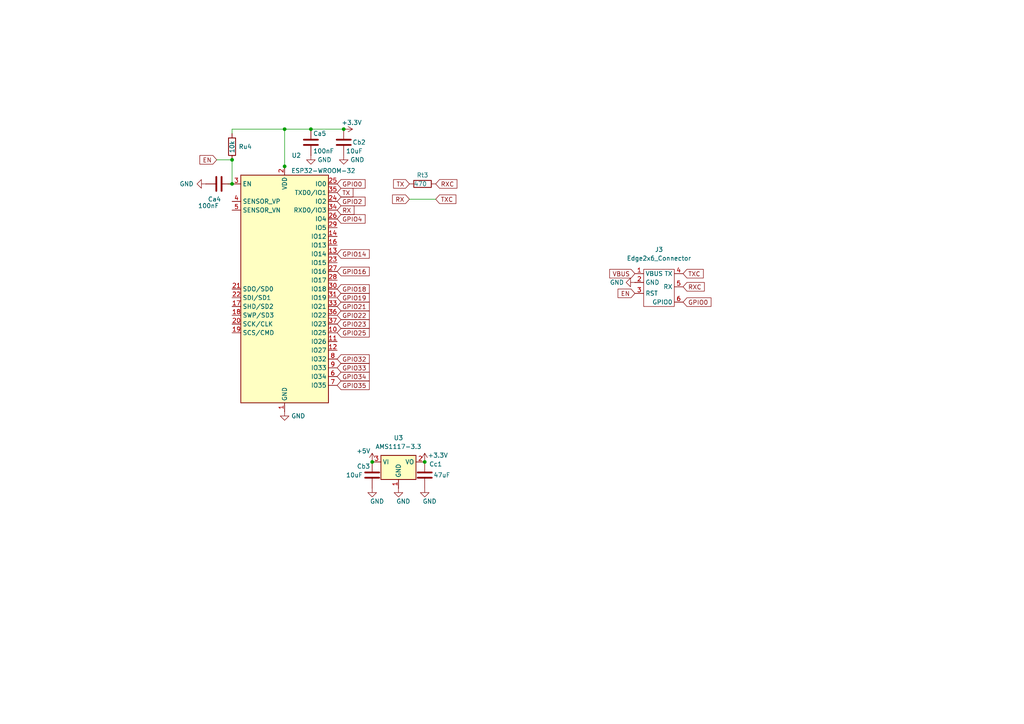
<source format=kicad_sch>
(kicad_sch (version 20231120) (generator "eeschema") (generator_version "8.0")
  (paper "A4")
  (lib_symbols
    (symbol "Device:C" (pin_numbers hide) (pin_names (offset 0.254))
      (property "Reference" "C" (at 0.635 2.54 0))
      (property "Value" "C" (at 0.635 -2.54 0))
      (symbol "C_0_1"
        (polyline (pts (xy -2.032 -0.762) (xy 2.032 -0.762)) (stroke (width 0.508)))
        (polyline (pts (xy -2.032 0.762) (xy 2.032 0.762)) (stroke (width 0.508)))
      )
      (symbol "C_1_1"
        (pin passive line (at 0 3.81 270) (length 2.794) (name "~") (number "1"))
        (pin passive line (at 0 -3.81 90) (length 2.794) (name "~") (number "2"))
      )
    )
    (symbol "Device:R" (pin_numbers hide) (pin_names (offset 0))
      (property "Reference" "R" (at 2.032 0 90))
      (property "Value" "R" (at 0 0 90))
      (symbol "R_0_1"
        (rectangle (start -1.016 -2.54) (end 1.016 2.54) (stroke (width 0.254)))
      )
      (symbol "R_1_1"
        (pin passive line (at 0 3.81 270) (length 1.27) (name "~") (number "1"))
        (pin passive line (at 0 -3.81 90) (length 1.27) (name "~") (number "2"))
      )
    )
    (symbol "RF_Module:ESP32-WROOM-32"
      (property "Reference" "U" (at -12.7 34.29 0))
      (property "Value" "ESP32-WROOM-32" (at 1.27 34.29 0))
      (symbol "ESP32-WROOM-32_0_1"
        (rectangle (start -12.7 33.02) (end 12.7 -33.02) (stroke (width 0.254)) (fill (type background)))
      )
      (symbol "ESP32-WROOM-32_1_1"
        (pin power_in line (at 0 -35.56 90) (length 2.54) (name "GND") (number "1"))
        (pin bidirectional line (at 15.24 -12.7 180) (length 2.54) (name "IO25") (number "10"))
        (pin bidirectional line (at 15.24 -15.24 180) (length 2.54) (name "IO26") (number "11"))
        (pin bidirectional line (at 15.24 -17.78 180) (length 2.54) (name "IO27") (number "12"))
        (pin bidirectional line (at 15.24 10.16 180) (length 2.54) (name "IO14") (number "13"))
        (pin bidirectional line (at 15.24 15.24 180) (length 2.54) (name "IO12") (number "14"))
        (pin passive line (at 0 -35.56 90) (length 2.54) hide (name "GND") (number "15"))
        (pin bidirectional line (at 15.24 12.7 180) (length 2.54) (name "IO13") (number "16"))
        (pin bidirectional line (at -15.24 -5.08 0) (length 2.54) (name "SHD/SD2") (number "17"))
        (pin bidirectional line (at -15.24 -7.62 0) (length 2.54) (name "SWP/SD3") (number "18"))
        (pin bidirectional line (at -15.24 -12.7 0) (length 2.54) (name "SCS/CMD") (number "19"))
        (pin power_in line (at 0 35.56 270) (length 2.54) (name "VDD") (number "2"))
        (pin bidirectional line (at -15.24 -10.16 0) (length 2.54) (name "SCK/CLK") (number "20"))
        (pin bidirectional line (at -15.24 0 0) (length 2.54) (name "SDO/SD0") (number "21"))
        (pin bidirectional line (at -15.24 -2.54 0) (length 2.54) (name "SDI/SD1") (number "22"))
        (pin bidirectional line (at 15.24 7.62 180) (length 2.54) (name "IO15") (number "23"))
        (pin bidirectional line (at 15.24 25.4 180) (length 2.54) (name "IO2") (number "24"))
        (pin bidirectional line (at 15.24 30.48 180) (length 2.54) (name "IO0") (number "25"))
        (pin bidirectional line (at 15.24 20.32 180) (length 2.54) (name "IO4") (number "26"))
        (pin bidirectional line (at 15.24 5.08 180) (length 2.54) (name "IO16") (number "27"))
        (pin bidirectional line (at 15.24 2.54 180) (length 2.54) (name "IO17") (number "28"))
        (pin bidirectional line (at 15.24 17.78 180) (length 2.54) (name "IO5") (number "29"))
        (pin input line (at -15.24 30.48 0) (length 2.54) (name "EN") (number "3"))
        (pin bidirectional line (at 15.24 0 180) (length 2.54) (name "IO18") (number "30"))
        (pin bidirectional line (at 15.24 -2.54 180) (length 2.54) (name "IO19") (number "31"))
        (pin no_connect line (at -12.7 -27.94 0) (length 2.54) hide (name "NC") (number "32"))
        (pin bidirectional line (at 15.24 -5.08 180) (length 2.54) (name "IO21") (number "33"))
        (pin bidirectional line (at 15.24 22.86 180) (length 2.54) (name "RXD0/IO3") (number "34"))
        (pin bidirectional line (at 15.24 27.94 180) (length 2.54) (name "TXD0/IO1") (number "35"))
        (pin bidirectional line (at 15.24 -7.62 180) (length 2.54) (name "IO22") (number "36"))
        (pin bidirectional line (at 15.24 -10.16 180) (length 2.54) (name "IO23") (number "37"))
        (pin passive line (at 0 -35.56 90) (length 2.54) hide (name "GND") (number "38"))
        (pin passive line (at 0 -35.56 90) (length 2.54) hide (name "GND") (number "39"))
        (pin input line (at -15.24 25.4 0) (length 2.54) (name "SENSOR_VP") (number "4"))
        (pin input line (at -15.24 22.86 0) (length 2.54) (name "SENSOR_VN") (number "5"))
        (pin input line (at 15.24 -25.4 180) (length 2.54) (name "IO34") (number "6"))
        (pin input line (at 15.24 -27.94 180) (length 2.54) (name "IO35") (number "7"))
        (pin bidirectional line (at 15.24 -20.32 180) (length 2.54) (name "IO32") (number "8"))
        (pin bidirectional line (at 15.24 -22.86 180) (length 2.54) (name "IO33") (number "9"))
      )
    )
    (symbol "Regulator_Linear:AMS1117-3.3"
      (property "Reference" "U" (at -3.81 3.175 0))
      (property "Value" "AMS1117-3.3" (at 0 3.175 0))
      (symbol "AMS1117-3.3_0_1"
        (rectangle (start -5.08 -5.08) (end 5.08 1.905) (stroke (width 0.254)) (fill (type background)))
      )
      (symbol "AMS1117-3.3_1_1"
        (pin power_in line (at 0 -7.62 90) (length 2.54) (name "GND") (number "1"))
        (pin power_out line (at 7.62 0 180) (length 2.54) (name "VO") (number "2"))
        (pin power_in line (at -7.62 0 0) (length 2.54) (name "VI") (number "3"))
      )
    )
    (symbol "chl33:Edge2x6_Connector"
      (property "Reference" "J" (at 0 6.35 0))
      (property "Value" "Edge2x6_Connector" (at 0.635 -6.985 0))
      (symbol "Edge2x6_Connector_0_1"
        (rectangle (start -4.445 5.08) (end 4.445 -5.715))
      )
      (symbol "Edge2x6_Connector_1_1"
        (pin power_out line (at -6.985 3.81 0) (length 2.54) (name "VBUS") (number "1"))
        (pin power_out line (at -6.985 1.27 0) (length 2.54) (name "GND") (number "2"))
        (pin output line (at -6.985 -1.905 0) (length 2.54) (name "RST") (number "3"))
        (pin output line (at 6.985 3.81 180) (length 2.54) (name "TX") (number "4"))
        (pin input line (at 6.985 0 180) (length 2.54) (name "RX") (number "5"))
        (pin output line (at 6.985 -4.445 180) (length 2.54) (name "GPIO0") (number "6"))
      )
    )
    (symbol "power:+3.3V" (power) (pin_numbers hide) (pin_names (offset 0) hide)
      (property "Value" "+3.3V" (at 0 3.556 0))
      (symbol "+3.3V_0_1"
        (polyline (pts (xy -0.762 1.27) (xy 0 2.54)))
        (polyline (pts (xy 0 0) (xy 0 2.54)))
        (polyline (pts (xy 0 2.54) (xy 0.762 1.27)))
      )
      (symbol "+3.3V_1_1"
        (pin power_in line (at 0 0 90) (length 0) (name "~") (number "1"))
      )
    )
    (symbol "power:+5V" (power) (pin_names (offset 0))
      (property "Value" "+5V" (at 0 3.556 0))
      (symbol "+5V_0_1"
        (polyline (pts (xy -0.762 1.27) (xy 0 2.54)))
        (polyline (pts (xy 0 0) (xy 0 2.54)))
        (polyline (pts (xy 0 2.54) (xy 0.762 1.27)))
      )
      (symbol "+5V_1_1"
        (pin power_in line (at 0 0 90) (length 0) hide (name "+5V") (number "1"))
      )
    )
    (symbol "power:GND" (power) (pin_numbers hide) (pin_names (offset 0) hide)
      (property "Value" "GND" (at 0 -3.81 0))
      (symbol "GND_0_1"
        (polyline (pts (xy 0 0) (xy 0 -1.27) (xy 1.27 -1.27) (xy 0 -2.54) (xy -1.27 -1.27) (xy 0 -1.27)))
      )
      (symbol "GND_1_1"
        (pin power_in line (at 0 0 270) (length 0) (name "~") (number "1"))
      )
    )
  )
  (junction (at 99.695 37.465))
  (junction (at 107.95 133.985))
  (junction (at 90.17 37.465))
  (junction (at 123.19 133.985))
  (junction (at 82.55 48.26))
  (junction (at 67.31 53.34))
  (junction (at 82.55 37.465))
  (junction (at 67.31 46.355))
  (wire (pts (xy 67.31 46.355) (xy 67.31 53.34)))
  (wire (pts (xy 66.04 53.34) (xy 67.31 53.34)))
  (wire (pts (xy 67.31 37.465) (xy 82.55 37.465)))
  (wire (pts (xy 118.745 57.785) (xy 126.365 57.785)))
  (wire (pts (xy 82.55 48.26) (xy 82.55 37.465)))
  (wire (pts (xy 67.31 38.735) (xy 67.31 37.465)))
  (wire (pts (xy 62.865 46.355) (xy 67.31 46.355)))
  (wire (pts (xy 82.55 37.465) (xy 90.17 37.465)))
  (wire (pts (xy 90.17 37.465) (xy 99.695 37.465)))
  (wire (pts (xy 82.55 48.895) (xy 82.55 48.26)))
  (global_label "RXC" (shape input) (at 198.12 83.185 0) (property "Intersheetrefs" "${INTERSHEET_REFS}" (effects (hide yes))))
  (global_label "GPIO22" (shape input) (at 97.79 91.44 0) (property "Intersheetrefs" "${INTERSHEET_REFS}" (effects (hide yes))))
  (global_label "GPIO23" (shape input) (at 97.79 93.98 0) (property "Intersheetrefs" "${INTERSHEET_REFS}" (effects (hide yes))))
  (global_label "GPIO18" (shape input) (at 97.79 83.82 0) (property "Intersheetrefs" "${INTERSHEET_REFS}" (effects (hide yes))))
  (global_label "VBUS" (shape input) (at 184.15 79.375 180) (property "Intersheetrefs" "${INTERSHEET_REFS}" (effects (hide yes))))
  (global_label "RX" (shape input) (at 118.745 57.785 180) (property "Intersheetrefs" "${INTERSHEET_REFS}" (effects (hide yes))))
  (global_label "GPIO14" (shape input) (at 97.79 73.66 0) (property "Intersheetrefs" "${INTERSHEET_REFS}" (effects (hide yes))))
  (global_label "RX" (shape input) (at 97.79 60.96 0) (property "Intersheetrefs" "${INTERSHEET_REFS}" (effects (hide yes))))
  (global_label "TX" (shape input) (at 97.79 55.88 0) (property "Intersheetrefs" "${INTERSHEET_REFS}" (effects (hide yes))))
  (global_label "GPIO34" (shape input) (at 97.79 109.22 0) (property "Intersheetrefs" "${INTERSHEET_REFS}" (effects (hide yes))))
  (global_label "GPIO16" (shape input) (at 97.79 78.74 0) (property "Intersheetrefs" "${INTERSHEET_REFS}" (effects (hide yes))))
  (global_label "EN" (shape input) (at 62.865 46.355 180) (property "Intersheetrefs" "${INTERSHEET_REFS}" (effects (hide yes))))
  (global_label "GPIO32" (shape input) (at 97.79 104.14 0) (property "Intersheetrefs" "${INTERSHEET_REFS}" (effects (hide yes))))
  (global_label "TXC" (shape input) (at 198.12 79.375 0) (property "Intersheetrefs" "${INTERSHEET_REFS}" (effects (hide yes))))
  (global_label "EN" (shape input) (at 184.15 85.09 180) (property "Intersheetrefs" "${INTERSHEET_REFS}" (effects (hide yes))))
  (global_label "TXC" (shape input) (at 126.365 57.785 0) (property "Intersheetrefs" "${INTERSHEET_REFS}" (effects (hide yes))))
  (global_label "GPIO0" (shape input) (at 198.12 87.63 0) (property "Intersheetrefs" "${INTERSHEET_REFS}" (effects (hide yes))))
  (global_label "GPIO25" (shape input) (at 97.79 96.52 0) (property "Intersheetrefs" "${INTERSHEET_REFS}" (effects (hide yes))))
  (global_label "RXC" (shape input) (at 126.365 53.34 0) (property "Intersheetrefs" "${INTERSHEET_REFS}" (effects (hide yes))))
  (global_label "GPIO35" (shape input) (at 97.79 111.76 0) (property "Intersheetrefs" "${INTERSHEET_REFS}" (effects (hide yes))))
  (global_label "GPIO33" (shape input) (at 97.79 106.68 0) (property "Intersheetrefs" "${INTERSHEET_REFS}" (effects (hide yes))))
  (global_label "GPIO4" (shape input) (at 97.79 63.5 0) (property "Intersheetrefs" "${INTERSHEET_REFS}" (effects (hide yes))))
  (global_label "GPIO2" (shape input) (at 97.79 58.42 0) (property "Intersheetrefs" "${INTERSHEET_REFS}" (effects (hide yes))))
  (global_label "GPIO19" (shape input) (at 97.79 86.36 0) (property "Intersheetrefs" "${INTERSHEET_REFS}" (effects (hide yes))))
  (global_label "GPIO0" (shape input) (at 97.79 53.34 0) (property "Intersheetrefs" "${INTERSHEET_REFS}" (effects (hide yes))))
  (global_label "GPIO21" (shape input) (at 97.79 88.9 0) (property "Intersheetrefs" "${INTERSHEET_REFS}" (effects (hide yes))))
  (global_label "TX" (shape input) (at 118.745 53.34 180) (property "Intersheetrefs" "${INTERSHEET_REFS}" (effects (hide yes))))
  (symbol (lib_id "power:+3.3V") (at 123.19 133.985 0) (unit 1)
    (property "Reference" "#PWR027" (effects (hide yes)))
    (property "Value" "+3.3V" (at 127 132.08 0))
    (property "Description" "Power symbol creates a global label with name \"+3.3V\"" (effects (hide yes)))
  )
  (symbol (lib_id "power:GND") (at 115.57 141.605 0) (unit 1)
    (property "Reference" "#PWR026" (effects (hide yes)))
    (property "Value" "GND" (at 114.935 145.415 0) (effects (justify left)))
    (property "Description" "Power symbol creates a global label with name \"GND\" , ground" (effects (hide yes)))
  )
  (symbol (lib_id "power:GND") (at 59.69 53.34 270) (unit 1)
    (property "Reference" "#PWR019" (effects (hide yes)))
    (property "Value" "GND" (at 52.07 53.34 90) (effects (justify left)))
    (property "Description" "Power symbol creates a global label with name \"GND\" , ground" (effects (hide yes)))
  )
  (symbol (lib_id "power:GND") (at 99.695 45.085 0) (unit 1)
    (property "Reference" "#PWR023" (effects (hide yes)))
    (property "Value" "GND" (at 101.6 46.3549 0) (effects (justify left)))
    (property "Description" "Power symbol creates a global label with name \"GND\" , ground" (effects (hide yes)))
  )
  (symbol (lib_id "Device:C") (at 90.17 41.275 0) (unit 1)
    (property "Reference" "Ca5" (at 90.805 38.735 0) (effects (justify left)))
    (property "Value" "100nF" (at 90.805 43.815 0) (effects (justify left)))
    (property "Footprint" "Capacitor_SMD:C_0603_1608Metric" (effects (hide yes)))
  )
  (symbol (lib_id "Regulator_Linear:AMS1117-3.3") (at 115.57 133.985 0) (unit 1)
    (property "Reference" "U3" (at 115.57 127 0))
    (property "Value" "AMS1117-3.3" (at 115.57 129.54 0))
    (property "Footprint" "Package_TO_SOT_SMD:SOT-223-3_TabPin2" (effects (hide yes)))
    (property "Datasheet" "http://www.advanced-monolithic.com/pdf/ds1117.pdf" (effects (hide yes)))
  )
  (symbol (lib_id "Device:C") (at 107.95 137.795 0) (unit 1)
    (property "Reference" "Cb3" (at 103.505 135.255 0) (effects (justify left)))
    (property "Value" "10uF" (at 100.33 137.795 0) (effects (justify left)))
    (property "Footprint" "Capacitor_SMD:C_0805_2012Metric_Pad1.18x1.45mm_HandSolder" (effects (hide yes)))
  )
  (symbol (lib_id "RF_Module:ESP32-WROOM-32") (at 82.55 83.82 0) (unit 1)
    (property "Reference" "U2" (at 84.5694 45.085 0) (effects (justify left)))
    (property "Value" "ESP32-WROOM-32" (at 84.455 49.53 0) (effects (justify left)))
    (property "Footprint" "RF_Module:ESP32-WROOM-32" (effects (hide yes)))
    (property "Datasheet" "https://www.espressif.com/sites/default/files/documentation/esp32-wroom-32_datasheet_en.pdf" (effects (hide yes)))
  )
  (symbol (lib_id "power:+5V") (at 107.95 133.985 0) (unit 1)
    (property "Reference" "#PWR024" (effects (hide yes)))
    (property "Value" "+5V" (at 105.41 130.81 0))
  )
  (symbol (lib_id "power:GND") (at 123.19 141.605 0) (unit 1)
    (property "Reference" "#PWR028" (effects (hide yes)))
    (property "Value" "GND" (at 122.555 145.415 0) (effects (justify left)))
    (property "Description" "Power symbol creates a global label with name \"GND\" , ground" (effects (hide yes)))
  )
  (symbol (lib_id "Device:C") (at 99.695 41.275 0) (unit 1)
    (property "Reference" "Cb2" (at 102.235 41.275 0) (effects (justify left)))
    (property "Value" "10uF" (at 100.33 43.815 0) (effects (justify left)))
    (property "Footprint" "Capacitor_SMD:C_0805_2012Metric_Pad1.18x1.45mm_HandSolder" (effects (hide yes)))
  )
  (symbol (lib_id "power:GND") (at 184.15 81.915 270) (unit 1)
    (property "Reference" "#PWR036" (effects (hide yes)))
    (property "Value" "GND" (at 180.975 81.9149 90) (effects (justify right)))
    (property "Description" "Power symbol creates a global label with name \"GND\" , ground" (effects (hide yes)))
  )
  (symbol (lib_id "power:GND") (at 82.55 119.38 0) (unit 1)
    (property "Reference" "#PWR020" (effects (hide yes)))
    (property "Value" "GND" (at 84.455 120.6499 0) (effects (justify left)))
    (property "Description" "Power symbol creates a global label with name \"GND\" , ground" (effects (hide yes)))
  )
  (symbol (lib_id "Device:C") (at 123.19 137.795 0) (unit 1)
    (property "Reference" "Cc1" (at 124.46 134.62 0) (effects (justify left)))
    (property "Value" "47uF" (at 125.73 137.795 0) (effects (justify left)))
    (property "Footprint" "Capacitor_SMD:C_0805_2012Metric_Pad1.18x1.45mm_HandSolder" (effects (hide yes)))
  )
  (symbol (lib_id "Device:C") (at 63.5 53.34 90) (unit 1)
    (property "Reference" "Ca4" (at 64.135 57.785 90) (effects (justify left)))
    (property "Value" "100nF" (at 63.5 59.69 90) (effects (justify left)))
    (property "Footprint" "Capacitor_SMD:C_0603_1608Metric" (effects (hide yes)))
  )
  (symbol (lib_id "Device:R") (at 122.555 53.34 90) (unit 1)
    (property "Reference" "Rt3" (at 122.555 50.8 90))
    (property "Value" "470" (at 121.92 53.34 90))
    (property "Footprint" "Resistor_SMD:R_0603_1608Metric" (effects (hide yes)))
  )
  (symbol (lib_id "power:GND") (at 107.95 141.605 0) (unit 1)
    (property "Reference" "#PWR025" (effects (hide yes)))
    (property "Value" "GND" (at 107.315 145.415 0) (effects (justify left)))
    (property "Description" "Power symbol creates a global label with name \"GND\" , ground" (effects (hide yes)))
  )
  (symbol (lib_id "power:GND") (at 90.17 45.085 0) (unit 1)
    (property "Reference" "#PWR021" (effects (hide yes)))
    (property "Value" "GND" (at 92.075 46.3549 0) (effects (justify left)))
    (property "Description" "Power symbol creates a global label with name \"GND\" , ground" (effects (hide yes)))
  )
  (symbol (lib_id "chl33:Edge2x6_Connector") (at 191.135 83.185 0) (unit 1)
    (property "Reference" "J3" (at 191.135 72.39 0))
    (property "Value" "Edge2x6_Connector" (at 191.135 74.93 0))
    (property "Footprint" "chl33_library:EdgeConnector_2x3" (effects (hide yes)))
  )
  (symbol (lib_id "Device:R") (at 67.31 42.545 180) (unit 1)
    (property "Reference" "Ru4" (at 69.215 42.545 0) (effects (justify right)))
    (property "Value" "10k" (at 67.31 44.45 90) (effects (justify right)))
    (property "Footprint" "Resistor_SMD:R_0603_1608Metric" (effects (hide yes)))
  )
  (symbol (lib_id "power:+3.3V") (at 99.695 37.465 270) (unit 1)
    (property "Reference" "#PWR022" (effects (hide yes)))
    (property "Value" "+3.3V" (at 99.06 35.56 90) (effects (justify left)))
    (property "Description" "Power symbol creates a global label with name \"+3.3V\"" (effects (hide yes)))
  )
)
</source>
